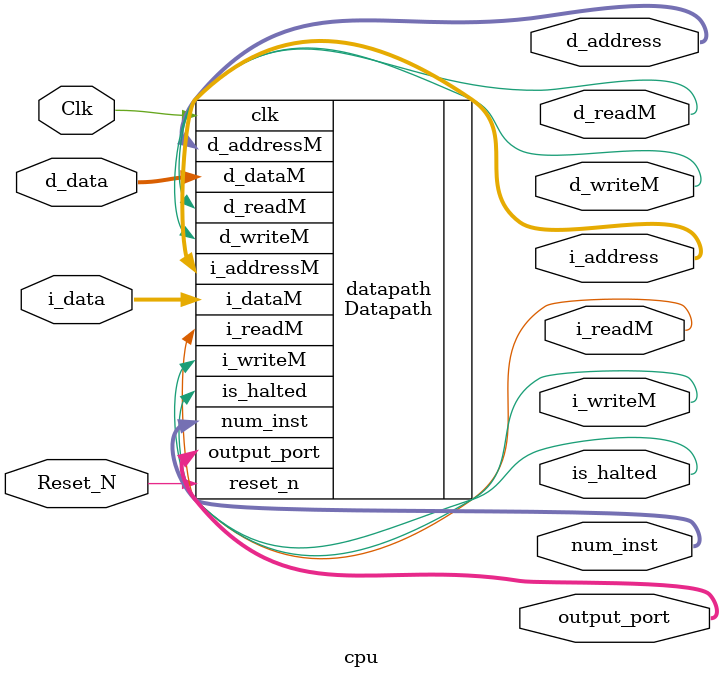
<source format=v>
`timescale 1ns/1ns
`define WORD_SIZE 16    // data and address word size
`define FETCH_SIZE 64
`include "opcodes.v"

module cpu(
        input Clk, 
        input Reset_N, 

	// Instruction memory interface
        output i_readM, 
        output i_writeM, 
        output [`WORD_SIZE-1:0] i_address, 
        inout [`FETCH_SIZE-1:0] i_data, 

	// Data memory interface
        output d_readM, 
        output d_writeM, 
        output [`WORD_SIZE-1:0] d_address, 
        inout [`FETCH_SIZE-1:0] d_data, 

        output [`WORD_SIZE-1:0] num_inst, 
        output [`WORD_SIZE-1:0] output_port, 
        output is_halted
);

    // TODO : Implement your multi-cycle CPU!
    Datapath datapath(.i_readM(i_readM), .i_writeM(i_writeM), .i_addressM(i_address), .i_dataM(i_data), .d_readM(d_readM), .d_writeM(d_writeM), .d_addressM(d_address), .d_dataM(d_data), .reset_n(Reset_N), .clk(Clk), .num_inst(num_inst), .output_port(output_port), .is_halted(is_halted));  

endmodule

</source>
